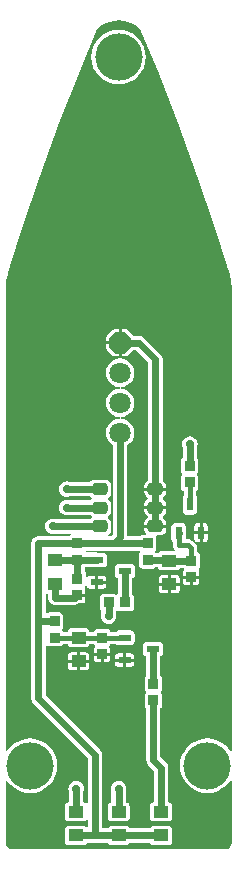
<source format=gtl>
G04 Layer_Physical_Order=1*
G04 Layer_Color=255*
%FSLAX44Y44*%
%MOMM*%
G71*
G01*
G75*
G04:AMPARAMS|DCode=10|XSize=1.3mm|YSize=1mm|CornerRadius=0.25mm|HoleSize=0mm|Usage=FLASHONLY|Rotation=0.000|XOffset=0mm|YOffset=0mm|HoleType=Round|Shape=RoundedRectangle|*
%AMROUNDEDRECTD10*
21,1,1.3000,0.5000,0,0,0.0*
21,1,0.8000,1.0000,0,0,0.0*
1,1,0.5000,0.4000,-0.2500*
1,1,0.5000,-0.4000,-0.2500*
1,1,0.5000,-0.4000,0.2500*
1,1,0.5000,0.4000,0.2500*
%
%ADD10ROUNDEDRECTD10*%
%ADD11R,1.2500X1.0000*%
%ADD12R,0.8500X0.8500*%
%ADD13R,0.8500X0.8500*%
%ADD14R,1.1000X0.6000*%
%ADD15R,0.6000X1.1000*%
%ADD16C,0.6000*%
%ADD17C,0.4000*%
%ADD18P,1.9483X8X292.5*%
%ADD19C,1.8000*%
%ADD20C,4.0000*%
%ADD21C,0.7000*%
G36*
X104157Y705891D02*
X108212Y704917D01*
X112065Y703321D01*
X115621Y701142D01*
X118200Y698940D01*
X132977Y663263D01*
X150152Y619175D01*
X166387Y574732D01*
X181675Y529955D01*
X191845Y497963D01*
X192138Y497043D01*
X192138D01*
X192247Y496780D01*
X192649Y495596D01*
X193993Y491636D01*
X195298Y485075D01*
X195639Y479874D01*
X195639Y479874D01*
X195639D01*
X195646Y479867D01*
Y87778D01*
X194414Y87469D01*
X194216Y87840D01*
X191342Y91342D01*
X187840Y94216D01*
X183844Y96352D01*
X179509Y97667D01*
X175000Y98111D01*
X170491Y97667D01*
X166156Y96352D01*
X162160Y94216D01*
X158658Y91342D01*
X155784Y87840D01*
X153648Y83844D01*
X152333Y79509D01*
X151889Y75000D01*
X152333Y70491D01*
X153648Y66156D01*
X155784Y62160D01*
X158658Y58658D01*
X162160Y55784D01*
X166156Y53648D01*
X170491Y52333D01*
X175000Y51889D01*
X179509Y52333D01*
X183844Y53648D01*
X187840Y55784D01*
X191342Y58658D01*
X194216Y62160D01*
X194414Y62531D01*
X195646Y62222D01*
Y10000D01*
X195680Y9833D01*
X195278Y7814D01*
X194040Y5960D01*
X192186Y4722D01*
X190167Y4320D01*
X190000Y4354D01*
X10000D01*
X9833Y4320D01*
X7814Y4722D01*
X5960Y5960D01*
X4722Y7814D01*
X4320Y9833D01*
X4354Y10000D01*
Y62222D01*
X5586Y62531D01*
X5784Y62160D01*
X8658Y58658D01*
X12160Y55784D01*
X16156Y53648D01*
X20491Y52333D01*
X25000Y51889D01*
X29509Y52333D01*
X33844Y53648D01*
X37840Y55784D01*
X41342Y58658D01*
X44216Y62160D01*
X46352Y66156D01*
X47667Y70491D01*
X48111Y75000D01*
X47667Y79509D01*
X46352Y83844D01*
X44216Y87840D01*
X41342Y91342D01*
X37840Y94216D01*
X33844Y96352D01*
X29509Y97667D01*
X25000Y98111D01*
X20491Y97667D01*
X16156Y96352D01*
X12160Y94216D01*
X8658Y91342D01*
X5784Y87840D01*
X5586Y87469D01*
X4354Y87778D01*
Y479867D01*
X4361Y479874D01*
X4361Y479874D01*
X4361Y479874D01*
X4702Y485075D01*
X6007Y491636D01*
X7443Y495865D01*
X7862Y497043D01*
X7862Y497043D01*
X7862Y497043D01*
X8155Y497963D01*
X18325Y529955D01*
X33613Y574732D01*
X49848Y619175D01*
X67023Y663263D01*
X81800Y698940D01*
X84379Y701142D01*
X87935Y703321D01*
X91788Y704917D01*
X95843Y705891D01*
X100000Y706218D01*
X104157Y705891D01*
D02*
G37*
%LPC*%
G36*
X103730Y170090D02*
X99500D01*
X98509Y169893D01*
X97669Y169331D01*
X97107Y168491D01*
X96910Y167500D01*
Y165770D01*
X103730D01*
Y170090D01*
D02*
G37*
G36*
X110500D02*
X106270D01*
Y165770D01*
X113090D01*
Y167500D01*
X112893Y168491D01*
X112331Y169331D01*
X111491Y169893D01*
X110500Y170090D01*
D02*
G37*
G36*
X72250Y171090D02*
X67270D01*
Y164770D01*
X74840D01*
Y168500D01*
X74643Y169491D01*
X74081Y170331D01*
X73241Y170893D01*
X72250Y171090D01*
D02*
G37*
G36*
X64730D02*
X59750D01*
X58759Y170893D01*
X57919Y170331D01*
X57357Y169491D01*
X57160Y168500D01*
Y164770D01*
X64730D01*
Y171090D01*
D02*
G37*
G36*
X151590Y227480D02*
X144020D01*
Y221160D01*
X149000D01*
X149991Y221357D01*
X150831Y221919D01*
X151393Y222759D01*
X151590Y223750D01*
Y227480D01*
D02*
G37*
G36*
X89590Y229230D02*
X82770D01*
Y224910D01*
X87000D01*
X87991Y225107D01*
X88831Y225669D01*
X89393Y226509D01*
X89590Y227500D01*
Y229230D01*
D02*
G37*
G36*
X105500Y246117D02*
X105204Y246059D01*
X100000D01*
X98829Y245826D01*
X97837Y245163D01*
X97174Y244170D01*
X96941Y243000D01*
Y237000D01*
X97174Y235829D01*
X97837Y234837D01*
X98829Y234174D01*
X99382Y234064D01*
Y220841D01*
X98149Y219771D01*
X97669Y219826D01*
X96920Y220326D01*
X95750Y220559D01*
X87250D01*
X86080Y220326D01*
X85087Y219663D01*
X84424Y218671D01*
X84191Y217500D01*
Y209000D01*
X84424Y207829D01*
X85087Y206837D01*
X85382Y206640D01*
Y203966D01*
X85167Y203447D01*
X84944Y201750D01*
X85167Y200053D01*
X85822Y198472D01*
X86864Y197114D01*
X88222Y196072D01*
X89803Y195417D01*
X91500Y195194D01*
X93197Y195417D01*
X94778Y196072D01*
X96136Y197114D01*
X97178Y198472D01*
X97833Y200053D01*
X98056Y201750D01*
X97833Y203447D01*
X97618Y203966D01*
Y205918D01*
X98850Y206729D01*
X99331Y206674D01*
X100079Y206174D01*
X101250Y205941D01*
X109750D01*
X110921Y206174D01*
X111913Y206837D01*
X112576Y207829D01*
X112809Y209000D01*
Y217500D01*
X112576Y218671D01*
X111913Y219663D01*
X111617Y219860D01*
Y234064D01*
X112170Y234174D01*
X113163Y234837D01*
X113826Y235829D01*
X114059Y237000D01*
Y243000D01*
X113826Y244170D01*
X113163Y245163D01*
X112170Y245826D01*
X111000Y246059D01*
X105795D01*
X105500Y246117D01*
D02*
G37*
G36*
X141480Y227480D02*
X133910D01*
Y223750D01*
X134107Y222759D01*
X134669Y221919D01*
X135509Y221357D01*
X136500Y221160D01*
X141480D01*
Y227480D01*
D02*
G37*
G36*
X64730Y162230D02*
X57160D01*
Y158500D01*
X57357Y157509D01*
X57919Y156669D01*
X58759Y156107D01*
X59750Y155910D01*
X64730D01*
Y162230D01*
D02*
G37*
G36*
X74840D02*
X67270D01*
Y155910D01*
X72250D01*
X73241Y156107D01*
X74081Y156669D01*
X74643Y157509D01*
X74840Y158500D01*
Y162230D01*
D02*
G37*
G36*
X100000Y62306D02*
X98303Y62083D01*
X96722Y61428D01*
X95364Y60386D01*
X94322Y59028D01*
X93667Y57447D01*
X93444Y55750D01*
X93667Y54053D01*
X93883Y53534D01*
Y44059D01*
X93750D01*
X92579Y43826D01*
X91587Y43163D01*
X90924Y42171D01*
X90691Y41000D01*
Y31000D01*
X90924Y29829D01*
X91587Y28837D01*
X92579Y28174D01*
X93750Y27941D01*
X106250D01*
X107421Y28174D01*
X108413Y28837D01*
X109076Y29829D01*
X109309Y31000D01*
Y41000D01*
X109076Y42171D01*
X108413Y43163D01*
X107421Y43826D01*
X106250Y44059D01*
X106117D01*
Y53534D01*
X106333Y54053D01*
X106556Y55750D01*
X106333Y57447D01*
X105678Y59028D01*
X104636Y60386D01*
X103278Y61428D01*
X101697Y62083D01*
X100000Y62306D01*
D02*
G37*
G36*
X129000Y180117D02*
X128705Y180059D01*
X123500D01*
X122330Y179826D01*
X121337Y179163D01*
X120674Y178171D01*
X120441Y177000D01*
Y171000D01*
X120674Y169830D01*
X121337Y168837D01*
X122330Y168174D01*
X122882Y168064D01*
Y150943D01*
X122837Y150913D01*
X122174Y149921D01*
X121941Y148750D01*
Y140250D01*
X122174Y139080D01*
X122837Y138087D01*
Y136913D01*
X122174Y135920D01*
X121941Y134750D01*
Y126250D01*
X122174Y125079D01*
X122837Y124087D01*
X123132Y123890D01*
Y80250D01*
X123598Y77909D01*
X124924Y75924D01*
X129882Y70966D01*
Y44059D01*
X129750D01*
X128580Y43826D01*
X127587Y43163D01*
X126924Y42171D01*
X126691Y41000D01*
Y31000D01*
X126924Y29829D01*
X127587Y28837D01*
X128580Y28174D01*
X129750Y27941D01*
X142250D01*
X143420Y28174D01*
X144413Y28837D01*
X145076Y29829D01*
X145309Y31000D01*
Y41000D01*
X145076Y42171D01*
X144413Y43163D01*
X143420Y43826D01*
X142250Y44059D01*
X142118D01*
Y73500D01*
X141652Y75841D01*
X140326Y77826D01*
X135367Y82784D01*
Y123890D01*
X135663Y124087D01*
X136326Y125079D01*
X136559Y126250D01*
Y134750D01*
X136326Y135920D01*
X135663Y136913D01*
Y138087D01*
X136326Y139080D01*
X136559Y140250D01*
Y148750D01*
X136326Y149921D01*
X135663Y150913D01*
X135118Y151277D01*
Y168064D01*
X135670Y168174D01*
X136663Y168837D01*
X137326Y169830D01*
X137559Y171000D01*
Y177000D01*
X137326Y178171D01*
X136663Y179163D01*
X135670Y179826D01*
X134500Y180059D01*
X129296D01*
X129000Y180117D01*
D02*
G37*
G36*
X84730Y168230D02*
X79160D01*
Y165250D01*
X79357Y164259D01*
X79919Y163419D01*
X80759Y162857D01*
X81750Y162660D01*
X84730D01*
Y168230D01*
D02*
G37*
G36*
X92840D02*
X87270D01*
Y162660D01*
X90250D01*
X91241Y162857D01*
X92081Y163419D01*
X92643Y164259D01*
X92840Y165250D01*
Y168230D01*
D02*
G37*
G36*
X103730Y163230D02*
X96910D01*
Y161500D01*
X97107Y160509D01*
X97669Y159669D01*
X98509Y159107D01*
X99500Y158910D01*
X103730D01*
Y163230D01*
D02*
G37*
G36*
X113090D02*
X106270D01*
Y158910D01*
X110500D01*
X111491Y159107D01*
X112331Y159669D01*
X112893Y160509D01*
X113090Y161500D01*
Y163230D01*
D02*
G37*
G36*
X160250Y353806D02*
X158553Y353583D01*
X156972Y352928D01*
X155614Y351886D01*
X154572Y350528D01*
X153917Y348947D01*
X153694Y347250D01*
X153917Y345553D01*
X154132Y345034D01*
Y335610D01*
X153837Y335413D01*
X153174Y334421D01*
X152941Y333250D01*
Y324750D01*
X153174Y323579D01*
X153837Y322587D01*
Y321413D01*
X153174Y320420D01*
X152941Y319250D01*
Y310750D01*
X153174Y309579D01*
X153837Y308587D01*
X154830Y307924D01*
X155152Y307860D01*
Y303956D01*
X155087Y303913D01*
X154424Y302920D01*
X154191Y301750D01*
Y290750D01*
X154424Y289580D01*
X155087Y288587D01*
X156080Y287924D01*
X157250Y287691D01*
X163250D01*
X164421Y287924D01*
X165413Y288587D01*
X166076Y289580D01*
X166309Y290750D01*
Y301750D01*
X166076Y302920D01*
X165413Y303913D01*
X165348Y303956D01*
Y307860D01*
X165671Y307924D01*
X166663Y308587D01*
X167326Y309579D01*
X167559Y310750D01*
Y319250D01*
X167326Y320420D01*
X166663Y321413D01*
Y322587D01*
X167326Y323579D01*
X167559Y324750D01*
Y333250D01*
X167326Y334421D01*
X166663Y335413D01*
X166367Y335610D01*
Y345034D01*
X166583Y345553D01*
X166806Y347250D01*
X166583Y348947D01*
X165928Y350528D01*
X164886Y351886D01*
X163528Y352928D01*
X161947Y353583D01*
X160250Y353806D01*
D02*
G37*
G36*
X140139Y307980D02*
X131000D01*
X121861D01*
Y306750D01*
X122252Y304783D01*
X123366Y303116D01*
X124882Y302103D01*
Y300647D01*
X123366Y299634D01*
X122252Y297966D01*
X121861Y296000D01*
Y294770D01*
X131000D01*
X140139D01*
Y296000D01*
X139747Y297966D01*
X138634Y299634D01*
X137118Y300647D01*
Y302103D01*
X138634Y303116D01*
X139747Y304783D01*
X140139Y306750D01*
Y307980D01*
D02*
G37*
G36*
X172750Y280340D02*
X171020D01*
Y273520D01*
X175340D01*
Y277750D01*
X175143Y278741D01*
X174581Y279581D01*
X173741Y280143D01*
X172750Y280340D01*
D02*
G37*
G36*
X140139Y292230D02*
X131000D01*
X121861D01*
Y291000D01*
X122252Y289034D01*
X123366Y287366D01*
X124882Y286353D01*
Y284897D01*
X123366Y283884D01*
X122252Y282216D01*
X121861Y280250D01*
Y279020D01*
X131000D01*
X140139D01*
Y280250D01*
X139747Y282216D01*
X138634Y283884D01*
X137118Y284897D01*
Y286353D01*
X138634Y287366D01*
X139747Y289034D01*
X140139Y291000D01*
Y292230D01*
D02*
G37*
G36*
X99980Y444740D02*
X96750D01*
X95759Y444543D01*
X94919Y443981D01*
X90419Y439481D01*
X89857Y438641D01*
X89660Y437650D01*
Y434420D01*
X99980D01*
Y444740D01*
D02*
G37*
G36*
X100000Y698111D02*
X95491Y697667D01*
X91156Y696352D01*
X87160Y694216D01*
X83658Y691342D01*
X80784Y687840D01*
X78648Y683844D01*
X77333Y679509D01*
X76889Y675000D01*
X77333Y670491D01*
X78648Y666156D01*
X80784Y662160D01*
X83658Y658658D01*
X87160Y655784D01*
X91156Y653648D01*
X95491Y652333D01*
X100000Y651889D01*
X104509Y652333D01*
X108844Y653648D01*
X112840Y655784D01*
X116342Y658658D01*
X119216Y662160D01*
X121352Y666156D01*
X122667Y670491D01*
X123111Y675000D01*
X122667Y679509D01*
X121352Y683844D01*
X119216Y687840D01*
X116342Y691342D01*
X112840Y694216D01*
X108844Y696352D01*
X104509Y697667D01*
X100000Y698111D01*
D02*
G37*
G36*
X105750Y444740D02*
X102520D01*
Y433150D01*
Y421560D01*
X105750D01*
X106741Y421757D01*
X107581Y422319D01*
X112081Y426819D01*
X112224Y427033D01*
X114566D01*
X124882Y416716D01*
Y316397D01*
X123366Y315384D01*
X122252Y313717D01*
X121861Y311750D01*
Y310520D01*
X131000D01*
X140139D01*
Y311750D01*
X139747Y313717D01*
X138634Y315384D01*
X137118Y316397D01*
Y419250D01*
X136652Y421591D01*
X135326Y423576D01*
X121426Y437476D01*
X119441Y438802D01*
X117100Y439268D01*
X112224D01*
X112081Y439481D01*
X107581Y443981D01*
X106741Y444543D01*
X105750Y444740D01*
D02*
G37*
G36*
X99980Y431880D02*
X89660D01*
Y428650D01*
X89857Y427659D01*
X90419Y426819D01*
X94919Y422319D01*
X95759Y421757D01*
X96750Y421560D01*
X99980D01*
Y431880D01*
D02*
G37*
G36*
X168480Y280340D02*
X166750D01*
X165759Y280143D01*
X164919Y279581D01*
X164357Y278741D01*
X164160Y277750D01*
Y273520D01*
X168480D01*
Y280340D01*
D02*
G37*
G36*
X141480Y236340D02*
X136500D01*
X135509Y236143D01*
X134669Y235581D01*
X134107Y234741D01*
X133910Y233750D01*
Y230020D01*
X141480D01*
Y236340D01*
D02*
G37*
G36*
X149000D02*
X144020D01*
Y230020D01*
X151590D01*
Y233750D01*
X151393Y234741D01*
X150831Y235581D01*
X149991Y236143D01*
X149000Y236340D01*
D02*
G37*
G36*
X160230Y233480D02*
X154660D01*
Y230500D01*
X154857Y229509D01*
X155419Y228669D01*
X156259Y228107D01*
X157250Y227910D01*
X160230D01*
Y233480D01*
D02*
G37*
G36*
X168340D02*
X162770D01*
Y227910D01*
X165750D01*
X166741Y228107D01*
X167581Y228669D01*
X168143Y229509D01*
X168340Y230500D01*
Y233480D01*
D02*
G37*
G36*
X175340Y270980D02*
X171020D01*
Y264160D01*
X172750D01*
X173741Y264357D01*
X174581Y264919D01*
X175143Y265759D01*
X175340Y266750D01*
Y270980D01*
D02*
G37*
G36*
X101250Y419854D02*
X98117Y419441D01*
X95198Y418232D01*
X92691Y416309D01*
X90768Y413802D01*
X89559Y410883D01*
X89146Y407750D01*
X89559Y404617D01*
X90768Y401698D01*
X92691Y399192D01*
X95198Y397268D01*
X98117Y396059D01*
X100345Y395766D01*
X100916Y395690D01*
Y394410D01*
X100345Y394334D01*
X98117Y394041D01*
X95198Y392832D01*
X92691Y390909D01*
X90768Y388402D01*
X89559Y385483D01*
X89146Y382350D01*
X89559Y379217D01*
X90768Y376298D01*
X92691Y373792D01*
X95198Y371868D01*
X98117Y370659D01*
X100345Y370366D01*
X100916Y370290D01*
Y369010D01*
X100345Y368934D01*
X98117Y368641D01*
X95198Y367432D01*
X92691Y365508D01*
X90768Y363002D01*
X89559Y360083D01*
X89146Y356950D01*
X89559Y353817D01*
X90768Y350898D01*
X92691Y348391D01*
X95133Y346519D01*
Y271284D01*
X93216Y269368D01*
X91382D01*
X90997Y270638D01*
X91965Y271285D01*
X93181Y273104D01*
X93608Y275250D01*
Y280250D01*
X93181Y282396D01*
X91965Y284215D01*
X90998Y284861D01*
Y286389D01*
X91965Y287035D01*
X93181Y288854D01*
X93608Y291000D01*
Y296000D01*
X93181Y298146D01*
X91965Y299965D01*
X90998Y300611D01*
Y302139D01*
X91965Y302785D01*
X93181Y304604D01*
X93608Y306750D01*
Y311750D01*
X93181Y313896D01*
X91965Y315715D01*
X90146Y316931D01*
X88000Y317358D01*
X80000D01*
X77854Y316931D01*
X76035Y315715D01*
X75802Y315368D01*
X58216D01*
X57697Y315583D01*
X56000Y315806D01*
X54303Y315583D01*
X52722Y314928D01*
X51364Y313886D01*
X50322Y312528D01*
X49667Y310947D01*
X49444Y309250D01*
X49667Y307553D01*
X50322Y305972D01*
X51364Y304614D01*
X52722Y303572D01*
X54303Y302917D01*
X56000Y302694D01*
X57697Y302917D01*
X58216Y303132D01*
X75802D01*
X76035Y302785D01*
X77002Y302139D01*
Y300611D01*
X76035Y299965D01*
X75802Y299618D01*
X58216D01*
X57697Y299833D01*
X56000Y300056D01*
X54303Y299833D01*
X52722Y299178D01*
X51364Y298136D01*
X50322Y296778D01*
X49667Y295197D01*
X49444Y293500D01*
X49667Y291803D01*
X50322Y290222D01*
X51364Y288864D01*
X52722Y287822D01*
X54303Y287167D01*
X56000Y286944D01*
X57697Y287167D01*
X58216Y287382D01*
X75802D01*
X76035Y287035D01*
X77002Y286389D01*
Y284861D01*
X76035Y284215D01*
X75802Y283867D01*
X46466D01*
X45947Y284083D01*
X44250Y284306D01*
X42553Y284083D01*
X40972Y283428D01*
X39614Y282386D01*
X38572Y281028D01*
X37917Y279447D01*
X37694Y277750D01*
X37917Y276053D01*
X38572Y274472D01*
X39614Y273114D01*
X40972Y272072D01*
X42553Y271417D01*
X44250Y271194D01*
X45947Y271417D01*
X46466Y271632D01*
X59388D01*
X59513Y270362D01*
X59330Y270326D01*
X58337Y269663D01*
X58140Y269368D01*
X32000D01*
X29659Y268902D01*
X27674Y267576D01*
X26348Y265591D01*
X25882Y263250D01*
Y198000D01*
Y132000D01*
X26348Y129659D01*
X27674Y127674D01*
X73882Y81466D01*
Y43249D01*
X72613Y42864D01*
X72413Y43163D01*
X71420Y43826D01*
X70250Y44059D01*
X70118D01*
Y53534D01*
X70333Y54053D01*
X70556Y55750D01*
X70333Y57447D01*
X69678Y59028D01*
X68636Y60386D01*
X67278Y61428D01*
X65697Y62083D01*
X64000Y62306D01*
X62303Y62083D01*
X60722Y61428D01*
X59364Y60386D01*
X58322Y59028D01*
X57667Y57447D01*
X57444Y55750D01*
X57667Y54053D01*
X57882Y53534D01*
Y44059D01*
X57750D01*
X56579Y43826D01*
X55587Y43163D01*
X54924Y42171D01*
X54691Y41000D01*
Y31000D01*
X54924Y29829D01*
X55587Y28837D01*
X56579Y28174D01*
X57750Y27941D01*
X70250D01*
X71420Y28174D01*
X72413Y28837D01*
X72613Y29136D01*
X73882Y28751D01*
Y23249D01*
X72613Y22864D01*
X72413Y23163D01*
X71420Y23826D01*
X70250Y24059D01*
X57750D01*
X56579Y23826D01*
X55587Y23163D01*
X54924Y22171D01*
X54691Y21000D01*
Y11000D01*
X54924Y9829D01*
X55587Y8837D01*
X56579Y8174D01*
X57750Y7941D01*
X70250D01*
X71420Y8174D01*
X72413Y8837D01*
X73076Y9829D01*
X73087Y9882D01*
X90913D01*
X90924Y9829D01*
X91587Y8837D01*
X92579Y8174D01*
X93750Y7941D01*
X106250D01*
X107421Y8174D01*
X108413Y8837D01*
X109076Y9829D01*
X109087Y9882D01*
X126913D01*
X126924Y9829D01*
X127587Y8837D01*
X128580Y8174D01*
X129750Y7941D01*
X142250D01*
X143420Y8174D01*
X144413Y8837D01*
X145076Y9829D01*
X145309Y11000D01*
Y21000D01*
X145076Y22171D01*
X144413Y23163D01*
X143420Y23826D01*
X142250Y24059D01*
X129750D01*
X128580Y23826D01*
X127587Y23163D01*
X126924Y22171D01*
X126913Y22118D01*
X109087D01*
X109076Y22171D01*
X108413Y23163D01*
X107421Y23826D01*
X106250Y24059D01*
X93750D01*
X92579Y23826D01*
X91587Y23163D01*
X90924Y22171D01*
X90913Y22118D01*
X86117D01*
Y84000D01*
X85652Y86341D01*
X84326Y88326D01*
X38118Y134534D01*
Y176626D01*
X39092Y176994D01*
X39388Y177053D01*
X40329Y176424D01*
X41500Y176191D01*
X50000D01*
X51171Y176424D01*
X52163Y177087D01*
X52826Y178079D01*
X52890Y178402D01*
X56711D01*
X56924Y177330D01*
X57587Y176337D01*
X58580Y175674D01*
X59750Y175441D01*
X72250D01*
X73421Y175674D01*
X74413Y176337D01*
X75076Y177330D01*
X75289Y178402D01*
X78860D01*
X78924Y178079D01*
X79587Y177087D01*
X79737Y176987D01*
X79892Y175790D01*
X79806Y175413D01*
X79357Y174741D01*
X79160Y173750D01*
Y170770D01*
X86000D01*
X92840D01*
Y173750D01*
X92643Y174741D01*
X92193Y175413D01*
X92108Y175790D01*
X92263Y176987D01*
X92413Y177087D01*
X93076Y178079D01*
X93140Y178402D01*
X97294D01*
X97337Y178337D01*
X98329Y177674D01*
X99500Y177441D01*
X110500D01*
X111671Y177674D01*
X112663Y178337D01*
X113326Y179329D01*
X113559Y180500D01*
Y186500D01*
X113326Y187670D01*
X112663Y188663D01*
X111671Y189326D01*
X110500Y189559D01*
X99500D01*
X98329Y189326D01*
X97337Y188663D01*
X97294Y188598D01*
X93140D01*
X93076Y188921D01*
X92413Y189913D01*
X91420Y190576D01*
X90250Y190809D01*
X81750D01*
X80580Y190576D01*
X79587Y189913D01*
X78924Y188921D01*
X78860Y188598D01*
X75289D01*
X75076Y189671D01*
X74413Y190663D01*
X73421Y191326D01*
X72250Y191559D01*
X59750D01*
X58580Y191326D01*
X57587Y190663D01*
X56924Y189671D01*
X56711Y188598D01*
X52890D01*
X52826Y188920D01*
X52163Y189913D01*
Y191087D01*
X52826Y192080D01*
X53059Y193250D01*
Y201750D01*
X52826Y202920D01*
X52163Y203913D01*
X51171Y204576D01*
X50000Y204809D01*
X41500D01*
X40329Y204576D01*
X39388Y203947D01*
X39092Y204006D01*
X38118Y204374D01*
Y220290D01*
X39240Y221032D01*
X40132Y220573D01*
Y217250D01*
X40598Y214909D01*
X41924Y212924D01*
X43909Y211598D01*
X46250Y211133D01*
X62750D01*
X65091Y211598D01*
X66681Y212660D01*
X69250D01*
X70241Y212857D01*
X71081Y213419D01*
X71643Y214259D01*
X71840Y215250D01*
Y218230D01*
X65000D01*
Y220770D01*
X71840D01*
Y223750D01*
X71643Y224741D01*
X71193Y225413D01*
X71108Y225790D01*
X71263Y226987D01*
X71413Y227087D01*
X72076Y228079D01*
X72140Y228403D01*
X73410Y228278D01*
Y227500D01*
X73607Y226509D01*
X74169Y225669D01*
X75009Y225107D01*
X76000Y224910D01*
X80230D01*
Y230500D01*
Y236090D01*
X76000D01*
X75009Y235893D01*
X74169Y235331D01*
X73607Y234491D01*
X73579Y234347D01*
X72309Y234472D01*
Y237750D01*
X72076Y238921D01*
X71413Y239913D01*
X71118Y240110D01*
Y242807D01*
X71163Y242837D01*
X71527Y243382D01*
X81500D01*
X81796Y243441D01*
X87000D01*
X88170Y243674D01*
X89163Y244337D01*
X89826Y245329D01*
X90059Y246500D01*
Y252500D01*
X89826Y253671D01*
X89163Y254663D01*
X88170Y255326D01*
X87000Y255559D01*
X81796D01*
X81500Y255618D01*
X72881D01*
X72192Y256875D01*
X72347Y257132D01*
X117890D01*
X117924Y257081D01*
X118087Y255663D01*
X117424Y254671D01*
X117191Y253500D01*
Y245000D01*
X117424Y243829D01*
X118087Y242837D01*
X119080Y242174D01*
X120250Y241941D01*
X128750D01*
X129921Y242174D01*
X130913Y242837D01*
X131110Y243132D01*
X133564D01*
X133674Y242579D01*
X134337Y241587D01*
X135330Y240924D01*
X136500Y240691D01*
X149000D01*
X150170Y240924D01*
X151163Y241587D01*
X151826Y242579D01*
X151837Y242633D01*
X154890D01*
X155087Y242337D01*
X155237Y242237D01*
X155392Y241040D01*
X155307Y240663D01*
X154857Y239991D01*
X154660Y239000D01*
Y236020D01*
X161500D01*
X168340D01*
Y239000D01*
X168143Y239991D01*
X167694Y240663D01*
X167608Y241040D01*
X167763Y242237D01*
X167913Y242337D01*
X168576Y243330D01*
X168809Y244500D01*
Y253000D01*
X168576Y254171D01*
X167913Y255163D01*
X166921Y255826D01*
X166598Y255890D01*
Y259000D01*
X166210Y260951D01*
X165105Y262605D01*
X162105Y265605D01*
X160451Y266710D01*
X158500Y267098D01*
X156809D01*
Y271955D01*
X156868Y272250D01*
X156809Y272545D01*
Y277750D01*
X156576Y278920D01*
X155913Y279913D01*
X154921Y280576D01*
X153750Y280809D01*
X147750D01*
X146580Y280576D01*
X145587Y279913D01*
X144924Y278920D01*
X144691Y277750D01*
Y272546D01*
X144633Y272250D01*
X144691Y271954D01*
Y266750D01*
X144924Y265579D01*
X145587Y264587D01*
X145652Y264544D01*
Y262000D01*
X146040Y260049D01*
X147145Y258395D01*
X147619Y258079D01*
X147233Y256809D01*
X136500D01*
X135330Y256576D01*
X134337Y255913D01*
X133973Y255368D01*
X131110D01*
X131076Y255419D01*
X130913Y256837D01*
X131576Y257829D01*
X131809Y259000D01*
Y267500D01*
X131576Y268671D01*
X131462Y268841D01*
X132141Y270111D01*
X135000D01*
X136966Y270502D01*
X138634Y271616D01*
X139747Y273284D01*
X140139Y275250D01*
Y276480D01*
X131000D01*
X121861D01*
Y275250D01*
X122252Y273284D01*
X123224Y271829D01*
X122837Y270559D01*
X120250D01*
X119080Y270326D01*
X118087Y269663D01*
X117890Y269368D01*
X107368D01*
Y346519D01*
X109809Y348391D01*
X111732Y350898D01*
X112941Y353817D01*
X113354Y356950D01*
X112941Y360083D01*
X111732Y363002D01*
X109809Y365508D01*
X107302Y367432D01*
X104383Y368641D01*
X102155Y368934D01*
X101584Y369010D01*
Y370290D01*
X102155Y370366D01*
X104383Y370659D01*
X107302Y371868D01*
X109809Y373792D01*
X111732Y376298D01*
X112941Y379217D01*
X113354Y382350D01*
X112941Y385483D01*
X111732Y388402D01*
X109809Y390909D01*
X107302Y392832D01*
X104383Y394041D01*
X102155Y394334D01*
X101584Y394410D01*
Y395690D01*
X102155Y395766D01*
X104383Y396059D01*
X107302Y397268D01*
X109809Y399192D01*
X111732Y401698D01*
X112941Y404617D01*
X113354Y407750D01*
X112941Y410883D01*
X111732Y413802D01*
X109809Y416309D01*
X107302Y418232D01*
X104383Y419441D01*
X101250Y419854D01*
D02*
G37*
G36*
X87000Y236090D02*
X82770D01*
Y231770D01*
X89590D01*
Y233500D01*
X89393Y234491D01*
X88831Y235331D01*
X87991Y235893D01*
X87000Y236090D01*
D02*
G37*
G36*
X168480Y270980D02*
X164160D01*
Y266750D01*
X164357Y265759D01*
X164919Y264919D01*
X165759Y264357D01*
X166750Y264160D01*
X168480D01*
Y270980D01*
D02*
G37*
%LPD*%
D10*
X84000Y309250D02*
D03*
Y293500D02*
D03*
Y277750D02*
D03*
X131000D02*
D03*
Y293500D02*
D03*
Y309250D02*
D03*
D11*
X136000Y36000D02*
D03*
Y16000D02*
D03*
X100000Y36000D02*
D03*
Y16000D02*
D03*
X64000Y36000D02*
D03*
Y16000D02*
D03*
X66000Y163500D02*
D03*
Y183500D02*
D03*
X142750Y228750D02*
D03*
Y248750D02*
D03*
X46250Y229000D02*
D03*
Y249000D02*
D03*
D12*
X129250Y130500D02*
D03*
Y144500D02*
D03*
X45750Y197500D02*
D03*
Y183500D02*
D03*
X160250Y329000D02*
D03*
Y315000D02*
D03*
X124500Y263250D02*
D03*
Y249250D02*
D03*
X64750Y263250D02*
D03*
Y249250D02*
D03*
X86000Y183500D02*
D03*
Y169500D02*
D03*
X161500Y248750D02*
D03*
Y234750D02*
D03*
X65000Y233500D02*
D03*
Y219500D02*
D03*
D13*
X91500Y213250D02*
D03*
X105500D02*
D03*
D14*
X105000Y183500D02*
D03*
Y164500D02*
D03*
X129000Y174000D02*
D03*
X81500Y249500D02*
D03*
Y230500D02*
D03*
X105500Y240000D02*
D03*
D15*
X150750Y272250D02*
D03*
X169750D02*
D03*
X160250Y296250D02*
D03*
D16*
X44250Y277750D02*
X84000D01*
X56000Y309250D02*
X84000D01*
X56000Y293500D02*
X84000D01*
X101250Y268750D02*
Y356950D01*
X95750Y263250D02*
X101250Y268750D01*
X64750Y263250D02*
X95750D01*
X46250Y249000D02*
X64500D01*
X64750Y249250D01*
X65000Y249500D02*
X81500D01*
X64750Y249250D02*
X65000Y249500D01*
Y233500D02*
Y249000D01*
X64750Y249250D02*
X65000Y249000D01*
X46250Y217250D02*
Y229000D01*
Y217250D02*
X62750D01*
X65000Y219500D01*
X131000Y277750D02*
Y293500D01*
Y309250D01*
X101250Y433150D02*
X117100D01*
X131000Y419250D01*
Y309250D02*
Y419250D01*
X105500Y213250D02*
Y240000D01*
Y213250D02*
X105500Y213250D01*
X124500Y249250D02*
X142250D01*
X142750Y248750D01*
X142750Y248750D02*
X161500D01*
X142750Y248750D02*
X142750Y248750D01*
X95750Y263250D02*
X124500D01*
X150750Y272250D02*
X150750Y272250D01*
X32000Y263250D02*
X64750D01*
X32000Y198000D02*
Y263250D01*
Y198000D02*
X32500Y197500D01*
X45750D01*
X129000Y144750D02*
Y174000D01*
Y144750D02*
X129250Y144500D01*
Y80250D02*
Y130500D01*
Y80250D02*
X136000Y73500D01*
Y36000D02*
Y73500D01*
X64000Y36000D02*
Y55750D01*
X91500Y201750D02*
Y213250D01*
X160250Y329000D02*
Y347250D01*
X100000Y36000D02*
Y55750D01*
X32000Y132000D02*
Y198000D01*
Y132000D02*
X80000Y84000D01*
Y17500D02*
Y84000D01*
X78500Y16000D02*
X80000Y17500D01*
X64000Y16000D02*
X78500D01*
X100000D01*
X136000D01*
D17*
X161500Y248750D02*
Y259000D01*
X158500Y262000D02*
X161500Y259000D01*
X150750Y262000D02*
X158500D01*
X150750D02*
Y272250D01*
X160250Y296250D02*
Y315000D01*
X160250Y315000D02*
X160250Y315000D01*
X86000Y183500D02*
X105000D01*
X86000Y183500D02*
X86000Y183500D01*
X66000Y183500D02*
X86000D01*
X45750D02*
X66000D01*
X45750Y183500D02*
X45750Y183500D01*
D18*
X101250Y433150D02*
D03*
D19*
Y407750D02*
D03*
Y382350D02*
D03*
Y356950D02*
D03*
D20*
X25000Y75000D02*
D03*
X175000D02*
D03*
X100000Y675000D02*
D03*
D21*
X44250Y277750D02*
D03*
X56000Y309250D02*
D03*
Y293500D02*
D03*
X64000Y55750D02*
D03*
X91500Y201750D02*
D03*
X160250Y347250D02*
D03*
X100000Y55750D02*
D03*
M02*

</source>
